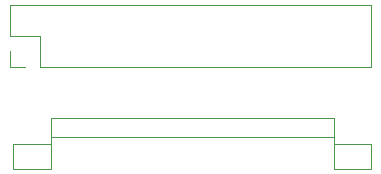
<source format=gbr>
%TF.GenerationSoftware,KiCad,Pcbnew,7.0.6*%
%TF.CreationDate,2025-05-21T13:55:29+01:00*%
%TF.ProjectId,CubeConnector,43756265-436f-46e6-9e65-63746f722e6b,rev?*%
%TF.SameCoordinates,Original*%
%TF.FileFunction,Legend,Top*%
%TF.FilePolarity,Positive*%
%FSLAX46Y46*%
G04 Gerber Fmt 4.6, Leading zero omitted, Abs format (unit mm)*
G04 Created by KiCad (PCBNEW 7.0.6) date 2025-05-21 13:55:29*
%MOMM*%
%LPD*%
G01*
G04 APERTURE LIST*
%ADD10C,0.120000*%
G04 APERTURE END LIST*
D10*
%TO.C,REF\u002A\u002A*%
X59950000Y-25930000D02*
X59950000Y-24600000D01*
X61280000Y-25930000D02*
X59950000Y-25930000D01*
X62550000Y-25930000D02*
X90550000Y-25930000D01*
X62550000Y-25930000D02*
X62550000Y-23330000D01*
X90550000Y-25930000D02*
X90550000Y-20730000D01*
X59950000Y-23330000D02*
X59950000Y-20730000D01*
X62550000Y-23330000D02*
X59950000Y-23330000D01*
X59950000Y-20730000D02*
X90550000Y-20730000D01*
X60240000Y-32460000D02*
X63400000Y-32460000D01*
X60240000Y-34620000D02*
X60240000Y-32460000D01*
X63400000Y-30270000D02*
X87400000Y-30270000D01*
X63400000Y-31930000D02*
X63400000Y-34620000D01*
X63400000Y-31930000D02*
X87400000Y-31930000D01*
X63400000Y-32460000D02*
X63400000Y-30270000D01*
X63400000Y-34620000D02*
X60240000Y-34620000D01*
X87400000Y-31930000D02*
X87400000Y-34620000D01*
X87400000Y-32460000D02*
X87400000Y-30270000D01*
X87400000Y-34620000D02*
X90560000Y-34620000D01*
X90560000Y-32460000D02*
X87400000Y-32460000D01*
X90560000Y-34620000D02*
X90560000Y-32460000D01*
%TD*%
M02*

</source>
